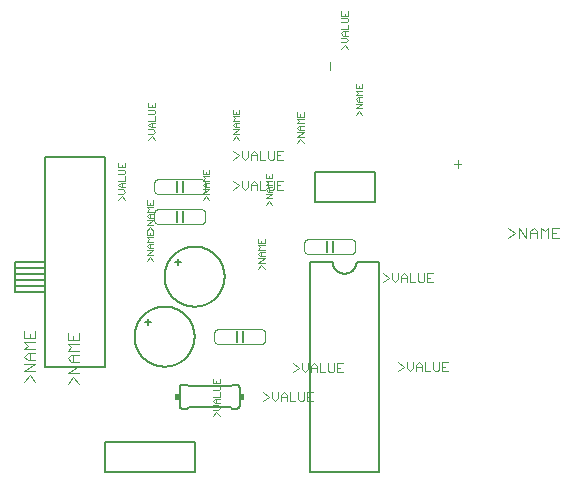
<source format=gto>
G75*
%MOIN*%
%OFA0B0*%
%FSLAX25Y25*%
%IPPOS*%
%LPD*%
%AMOC8*
5,1,8,0,0,1.08239X$1,22.5*
%
%ADD10C,0.00400*%
%ADD11C,0.00200*%
%ADD12C,0.00300*%
%ADD13R,0.01000X0.04000*%
%ADD14C,0.00600*%
%ADD15R,0.01500X0.02000*%
%ADD16C,0.00500*%
D10*
X0073333Y0082190D02*
X0087333Y0082190D01*
X0087409Y0082192D01*
X0087485Y0082198D01*
X0087560Y0082207D01*
X0087635Y0082221D01*
X0087709Y0082238D01*
X0087782Y0082259D01*
X0087854Y0082283D01*
X0087925Y0082312D01*
X0087994Y0082343D01*
X0088061Y0082378D01*
X0088126Y0082417D01*
X0088190Y0082459D01*
X0088251Y0082504D01*
X0088310Y0082552D01*
X0088366Y0082603D01*
X0088420Y0082657D01*
X0088471Y0082713D01*
X0088519Y0082772D01*
X0088564Y0082833D01*
X0088606Y0082897D01*
X0088645Y0082962D01*
X0088680Y0083029D01*
X0088711Y0083098D01*
X0088740Y0083169D01*
X0088764Y0083241D01*
X0088785Y0083314D01*
X0088802Y0083388D01*
X0088816Y0083463D01*
X0088825Y0083538D01*
X0088831Y0083614D01*
X0088833Y0083690D01*
X0088833Y0085690D01*
X0088831Y0085766D01*
X0088825Y0085842D01*
X0088816Y0085917D01*
X0088802Y0085992D01*
X0088785Y0086066D01*
X0088764Y0086139D01*
X0088740Y0086211D01*
X0088711Y0086282D01*
X0088680Y0086351D01*
X0088645Y0086418D01*
X0088606Y0086483D01*
X0088564Y0086547D01*
X0088519Y0086608D01*
X0088471Y0086667D01*
X0088420Y0086723D01*
X0088366Y0086777D01*
X0088310Y0086828D01*
X0088251Y0086876D01*
X0088190Y0086921D01*
X0088126Y0086963D01*
X0088061Y0087002D01*
X0087994Y0087037D01*
X0087925Y0087068D01*
X0087854Y0087097D01*
X0087782Y0087121D01*
X0087709Y0087142D01*
X0087635Y0087159D01*
X0087560Y0087173D01*
X0087485Y0087182D01*
X0087409Y0087188D01*
X0087333Y0087190D01*
X0073333Y0087190D01*
X0073257Y0087188D01*
X0073181Y0087182D01*
X0073106Y0087173D01*
X0073031Y0087159D01*
X0072957Y0087142D01*
X0072884Y0087121D01*
X0072812Y0087097D01*
X0072741Y0087068D01*
X0072672Y0087037D01*
X0072605Y0087002D01*
X0072540Y0086963D01*
X0072476Y0086921D01*
X0072415Y0086876D01*
X0072356Y0086828D01*
X0072300Y0086777D01*
X0072246Y0086723D01*
X0072195Y0086667D01*
X0072147Y0086608D01*
X0072102Y0086547D01*
X0072060Y0086483D01*
X0072021Y0086418D01*
X0071986Y0086351D01*
X0071955Y0086282D01*
X0071926Y0086211D01*
X0071902Y0086139D01*
X0071881Y0086066D01*
X0071864Y0085992D01*
X0071850Y0085917D01*
X0071841Y0085842D01*
X0071835Y0085766D01*
X0071833Y0085690D01*
X0071833Y0083690D01*
X0071835Y0083614D01*
X0071841Y0083538D01*
X0071850Y0083463D01*
X0071864Y0083388D01*
X0071881Y0083314D01*
X0071902Y0083241D01*
X0071926Y0083169D01*
X0071955Y0083098D01*
X0071986Y0083029D01*
X0072021Y0082962D01*
X0072060Y0082897D01*
X0072102Y0082833D01*
X0072147Y0082772D01*
X0072195Y0082713D01*
X0072246Y0082657D01*
X0072300Y0082603D01*
X0072356Y0082552D01*
X0072415Y0082504D01*
X0072476Y0082459D01*
X0072540Y0082417D01*
X0072605Y0082378D01*
X0072672Y0082343D01*
X0072741Y0082312D01*
X0072812Y0082283D01*
X0072884Y0082259D01*
X0072957Y0082238D01*
X0073031Y0082221D01*
X0073106Y0082207D01*
X0073181Y0082198D01*
X0073257Y0082192D01*
X0073333Y0082190D01*
X0103333Y0112190D02*
X0117333Y0112190D01*
X0117409Y0112192D01*
X0117485Y0112198D01*
X0117560Y0112207D01*
X0117635Y0112221D01*
X0117709Y0112238D01*
X0117782Y0112259D01*
X0117854Y0112283D01*
X0117925Y0112312D01*
X0117994Y0112343D01*
X0118061Y0112378D01*
X0118126Y0112417D01*
X0118190Y0112459D01*
X0118251Y0112504D01*
X0118310Y0112552D01*
X0118366Y0112603D01*
X0118420Y0112657D01*
X0118471Y0112713D01*
X0118519Y0112772D01*
X0118564Y0112833D01*
X0118606Y0112897D01*
X0118645Y0112962D01*
X0118680Y0113029D01*
X0118711Y0113098D01*
X0118740Y0113169D01*
X0118764Y0113241D01*
X0118785Y0113314D01*
X0118802Y0113388D01*
X0118816Y0113463D01*
X0118825Y0113538D01*
X0118831Y0113614D01*
X0118833Y0113690D01*
X0118833Y0115690D01*
X0118831Y0115766D01*
X0118825Y0115842D01*
X0118816Y0115917D01*
X0118802Y0115992D01*
X0118785Y0116066D01*
X0118764Y0116139D01*
X0118740Y0116211D01*
X0118711Y0116282D01*
X0118680Y0116351D01*
X0118645Y0116418D01*
X0118606Y0116483D01*
X0118564Y0116547D01*
X0118519Y0116608D01*
X0118471Y0116667D01*
X0118420Y0116723D01*
X0118366Y0116777D01*
X0118310Y0116828D01*
X0118251Y0116876D01*
X0118190Y0116921D01*
X0118126Y0116963D01*
X0118061Y0117002D01*
X0117994Y0117037D01*
X0117925Y0117068D01*
X0117854Y0117097D01*
X0117782Y0117121D01*
X0117709Y0117142D01*
X0117635Y0117159D01*
X0117560Y0117173D01*
X0117485Y0117182D01*
X0117409Y0117188D01*
X0117333Y0117190D01*
X0103333Y0117190D01*
X0103257Y0117188D01*
X0103181Y0117182D01*
X0103106Y0117173D01*
X0103031Y0117159D01*
X0102957Y0117142D01*
X0102884Y0117121D01*
X0102812Y0117097D01*
X0102741Y0117068D01*
X0102672Y0117037D01*
X0102605Y0117002D01*
X0102540Y0116963D01*
X0102476Y0116921D01*
X0102415Y0116876D01*
X0102356Y0116828D01*
X0102300Y0116777D01*
X0102246Y0116723D01*
X0102195Y0116667D01*
X0102147Y0116608D01*
X0102102Y0116547D01*
X0102060Y0116483D01*
X0102021Y0116418D01*
X0101986Y0116351D01*
X0101955Y0116282D01*
X0101926Y0116211D01*
X0101902Y0116139D01*
X0101881Y0116066D01*
X0101864Y0115992D01*
X0101850Y0115917D01*
X0101841Y0115842D01*
X0101835Y0115766D01*
X0101833Y0115690D01*
X0101833Y0113690D01*
X0101835Y0113614D01*
X0101841Y0113538D01*
X0101850Y0113463D01*
X0101864Y0113388D01*
X0101881Y0113314D01*
X0101902Y0113241D01*
X0101926Y0113169D01*
X0101955Y0113098D01*
X0101986Y0113029D01*
X0102021Y0112962D01*
X0102060Y0112897D01*
X0102102Y0112833D01*
X0102147Y0112772D01*
X0102195Y0112713D01*
X0102246Y0112657D01*
X0102300Y0112603D01*
X0102356Y0112552D01*
X0102415Y0112504D01*
X0102476Y0112459D01*
X0102540Y0112417D01*
X0102605Y0112378D01*
X0102672Y0112343D01*
X0102741Y0112312D01*
X0102812Y0112283D01*
X0102884Y0112259D01*
X0102957Y0112238D01*
X0103031Y0112221D01*
X0103106Y0112207D01*
X0103181Y0112198D01*
X0103257Y0112192D01*
X0103333Y0112190D01*
X0068833Y0123690D02*
X0068833Y0125690D01*
X0068831Y0125766D01*
X0068825Y0125842D01*
X0068816Y0125917D01*
X0068802Y0125992D01*
X0068785Y0126066D01*
X0068764Y0126139D01*
X0068740Y0126211D01*
X0068711Y0126282D01*
X0068680Y0126351D01*
X0068645Y0126418D01*
X0068606Y0126483D01*
X0068564Y0126547D01*
X0068519Y0126608D01*
X0068471Y0126667D01*
X0068420Y0126723D01*
X0068366Y0126777D01*
X0068310Y0126828D01*
X0068251Y0126876D01*
X0068190Y0126921D01*
X0068126Y0126963D01*
X0068061Y0127002D01*
X0067994Y0127037D01*
X0067925Y0127068D01*
X0067854Y0127097D01*
X0067782Y0127121D01*
X0067709Y0127142D01*
X0067635Y0127159D01*
X0067560Y0127173D01*
X0067485Y0127182D01*
X0067409Y0127188D01*
X0067333Y0127190D01*
X0053333Y0127190D01*
X0053257Y0127188D01*
X0053181Y0127182D01*
X0053106Y0127173D01*
X0053031Y0127159D01*
X0052957Y0127142D01*
X0052884Y0127121D01*
X0052812Y0127097D01*
X0052741Y0127068D01*
X0052672Y0127037D01*
X0052605Y0127002D01*
X0052540Y0126963D01*
X0052476Y0126921D01*
X0052415Y0126876D01*
X0052356Y0126828D01*
X0052300Y0126777D01*
X0052246Y0126723D01*
X0052195Y0126667D01*
X0052147Y0126608D01*
X0052102Y0126547D01*
X0052060Y0126483D01*
X0052021Y0126418D01*
X0051986Y0126351D01*
X0051955Y0126282D01*
X0051926Y0126211D01*
X0051902Y0126139D01*
X0051881Y0126066D01*
X0051864Y0125992D01*
X0051850Y0125917D01*
X0051841Y0125842D01*
X0051835Y0125766D01*
X0051833Y0125690D01*
X0051833Y0123690D01*
X0051835Y0123614D01*
X0051841Y0123538D01*
X0051850Y0123463D01*
X0051864Y0123388D01*
X0051881Y0123314D01*
X0051902Y0123241D01*
X0051926Y0123169D01*
X0051955Y0123098D01*
X0051986Y0123029D01*
X0052021Y0122962D01*
X0052060Y0122897D01*
X0052102Y0122833D01*
X0052147Y0122772D01*
X0052195Y0122713D01*
X0052246Y0122657D01*
X0052300Y0122603D01*
X0052356Y0122552D01*
X0052415Y0122504D01*
X0052476Y0122459D01*
X0052540Y0122417D01*
X0052605Y0122378D01*
X0052672Y0122343D01*
X0052741Y0122312D01*
X0052812Y0122283D01*
X0052884Y0122259D01*
X0052957Y0122238D01*
X0053031Y0122221D01*
X0053106Y0122207D01*
X0053181Y0122198D01*
X0053257Y0122192D01*
X0053333Y0122190D01*
X0067333Y0122190D01*
X0067409Y0122192D01*
X0067485Y0122198D01*
X0067560Y0122207D01*
X0067635Y0122221D01*
X0067709Y0122238D01*
X0067782Y0122259D01*
X0067854Y0122283D01*
X0067925Y0122312D01*
X0067994Y0122343D01*
X0068061Y0122378D01*
X0068126Y0122417D01*
X0068190Y0122459D01*
X0068251Y0122504D01*
X0068310Y0122552D01*
X0068366Y0122603D01*
X0068420Y0122657D01*
X0068471Y0122713D01*
X0068519Y0122772D01*
X0068564Y0122833D01*
X0068606Y0122897D01*
X0068645Y0122962D01*
X0068680Y0123029D01*
X0068711Y0123098D01*
X0068740Y0123169D01*
X0068764Y0123241D01*
X0068785Y0123314D01*
X0068802Y0123388D01*
X0068816Y0123463D01*
X0068825Y0123538D01*
X0068831Y0123614D01*
X0068833Y0123690D01*
X0067333Y0132190D02*
X0053333Y0132190D01*
X0053257Y0132192D01*
X0053181Y0132198D01*
X0053106Y0132207D01*
X0053031Y0132221D01*
X0052957Y0132238D01*
X0052884Y0132259D01*
X0052812Y0132283D01*
X0052741Y0132312D01*
X0052672Y0132343D01*
X0052605Y0132378D01*
X0052540Y0132417D01*
X0052476Y0132459D01*
X0052415Y0132504D01*
X0052356Y0132552D01*
X0052300Y0132603D01*
X0052246Y0132657D01*
X0052195Y0132713D01*
X0052147Y0132772D01*
X0052102Y0132833D01*
X0052060Y0132897D01*
X0052021Y0132962D01*
X0051986Y0133029D01*
X0051955Y0133098D01*
X0051926Y0133169D01*
X0051902Y0133241D01*
X0051881Y0133314D01*
X0051864Y0133388D01*
X0051850Y0133463D01*
X0051841Y0133538D01*
X0051835Y0133614D01*
X0051833Y0133690D01*
X0051833Y0135690D01*
X0051835Y0135766D01*
X0051841Y0135842D01*
X0051850Y0135917D01*
X0051864Y0135992D01*
X0051881Y0136066D01*
X0051902Y0136139D01*
X0051926Y0136211D01*
X0051955Y0136282D01*
X0051986Y0136351D01*
X0052021Y0136418D01*
X0052060Y0136483D01*
X0052102Y0136547D01*
X0052147Y0136608D01*
X0052195Y0136667D01*
X0052246Y0136723D01*
X0052300Y0136777D01*
X0052356Y0136828D01*
X0052415Y0136876D01*
X0052476Y0136921D01*
X0052540Y0136963D01*
X0052605Y0137002D01*
X0052672Y0137037D01*
X0052741Y0137068D01*
X0052812Y0137097D01*
X0052884Y0137121D01*
X0052957Y0137142D01*
X0053031Y0137159D01*
X0053106Y0137173D01*
X0053181Y0137182D01*
X0053257Y0137188D01*
X0053333Y0137190D01*
X0067333Y0137190D01*
X0067409Y0137188D01*
X0067485Y0137182D01*
X0067560Y0137173D01*
X0067635Y0137159D01*
X0067709Y0137142D01*
X0067782Y0137121D01*
X0067854Y0137097D01*
X0067925Y0137068D01*
X0067994Y0137037D01*
X0068061Y0137002D01*
X0068126Y0136963D01*
X0068190Y0136921D01*
X0068251Y0136876D01*
X0068310Y0136828D01*
X0068366Y0136777D01*
X0068420Y0136723D01*
X0068471Y0136667D01*
X0068519Y0136608D01*
X0068564Y0136547D01*
X0068606Y0136483D01*
X0068645Y0136418D01*
X0068680Y0136351D01*
X0068711Y0136282D01*
X0068740Y0136211D01*
X0068764Y0136139D01*
X0068785Y0136066D01*
X0068802Y0135992D01*
X0068816Y0135917D01*
X0068825Y0135842D01*
X0068831Y0135766D01*
X0068833Y0135690D01*
X0068833Y0133690D01*
X0068831Y0133614D01*
X0068825Y0133538D01*
X0068816Y0133463D01*
X0068802Y0133388D01*
X0068785Y0133314D01*
X0068764Y0133241D01*
X0068740Y0133169D01*
X0068711Y0133098D01*
X0068680Y0133029D01*
X0068645Y0132962D01*
X0068606Y0132897D01*
X0068564Y0132833D01*
X0068519Y0132772D01*
X0068471Y0132713D01*
X0068420Y0132657D01*
X0068366Y0132603D01*
X0068310Y0132552D01*
X0068251Y0132504D01*
X0068190Y0132459D01*
X0068126Y0132417D01*
X0068061Y0132378D01*
X0067994Y0132343D01*
X0067925Y0132312D01*
X0067854Y0132283D01*
X0067782Y0132259D01*
X0067709Y0132238D01*
X0067635Y0132221D01*
X0067560Y0132207D01*
X0067485Y0132198D01*
X0067409Y0132192D01*
X0067333Y0132190D01*
X0169830Y0120993D02*
X0172232Y0119191D01*
X0169830Y0117390D01*
X0173513Y0117390D02*
X0173513Y0120993D01*
X0175915Y0117390D01*
X0175915Y0120993D01*
X0177196Y0119792D02*
X0177196Y0117390D01*
X0177196Y0119191D02*
X0179598Y0119191D01*
X0179598Y0119792D02*
X0179598Y0117390D01*
X0180879Y0117390D02*
X0180879Y0120993D01*
X0182080Y0119792D01*
X0183281Y0120993D01*
X0183281Y0117390D01*
X0184563Y0117390D02*
X0186965Y0117390D01*
X0185764Y0119191D02*
X0184563Y0119191D01*
X0184563Y0117390D02*
X0184563Y0120993D01*
X0186965Y0120993D01*
X0179598Y0119792D02*
X0178397Y0120993D01*
X0177196Y0119792D01*
D11*
X0121233Y0158567D02*
X0120132Y0160035D01*
X0119031Y0158567D01*
X0119031Y0160777D02*
X0121233Y0162245D01*
X0119031Y0162245D01*
X0119765Y0162987D02*
X0119031Y0163721D01*
X0119765Y0164455D01*
X0121233Y0164455D01*
X0121233Y0165197D02*
X0119031Y0165197D01*
X0119765Y0165931D01*
X0119031Y0166665D01*
X0121233Y0166665D01*
X0121233Y0167407D02*
X0121233Y0168875D01*
X0120132Y0168141D02*
X0120132Y0167407D01*
X0119031Y0167407D02*
X0121233Y0167407D01*
X0119031Y0167407D02*
X0119031Y0168875D01*
X0120132Y0164455D02*
X0120132Y0162987D01*
X0119765Y0162987D02*
X0121233Y0162987D01*
X0121233Y0160777D02*
X0119031Y0160777D01*
X0101713Y0159461D02*
X0101713Y0157993D01*
X0099511Y0157993D01*
X0099511Y0159461D01*
X0100612Y0158727D02*
X0100612Y0157993D01*
X0099511Y0157251D02*
X0101713Y0157251D01*
X0101713Y0155783D02*
X0099511Y0155783D01*
X0100245Y0156517D01*
X0099511Y0157251D01*
X0100245Y0155041D02*
X0101713Y0155041D01*
X0100612Y0155041D02*
X0100612Y0153573D01*
X0100245Y0153573D02*
X0099511Y0154307D01*
X0100245Y0155041D01*
X0100245Y0153573D02*
X0101713Y0153573D01*
X0101713Y0152831D02*
X0099511Y0152831D01*
X0099511Y0151364D02*
X0101713Y0152831D01*
X0101713Y0151364D02*
X0099511Y0151364D01*
X0100612Y0150622D02*
X0101713Y0149154D01*
X0100612Y0150622D02*
X0099511Y0149154D01*
X0091233Y0138875D02*
X0091233Y0137407D01*
X0089031Y0137407D01*
X0089031Y0138875D01*
X0090132Y0138141D02*
X0090132Y0137407D01*
X0089031Y0136665D02*
X0091233Y0136665D01*
X0091233Y0135197D02*
X0089031Y0135197D01*
X0089765Y0135931D01*
X0089031Y0136665D01*
X0089765Y0134455D02*
X0089031Y0133721D01*
X0089765Y0132987D01*
X0091233Y0132987D01*
X0091233Y0132245D02*
X0089031Y0132245D01*
X0090132Y0132987D02*
X0090132Y0134455D01*
X0089765Y0134455D02*
X0091233Y0134455D01*
X0091233Y0132245D02*
X0089031Y0130777D01*
X0091233Y0130777D01*
X0090132Y0130035D02*
X0091233Y0128567D01*
X0090132Y0130035D02*
X0089031Y0128567D01*
X0088733Y0117375D02*
X0088733Y0115907D01*
X0086531Y0115907D01*
X0086531Y0117375D01*
X0087632Y0116641D02*
X0087632Y0115907D01*
X0086531Y0115165D02*
X0088733Y0115165D01*
X0088733Y0113697D02*
X0086531Y0113697D01*
X0087265Y0114431D01*
X0086531Y0115165D01*
X0087265Y0112955D02*
X0088733Y0112955D01*
X0087632Y0112955D02*
X0087632Y0111487D01*
X0087265Y0111487D02*
X0088733Y0111487D01*
X0088733Y0110745D02*
X0086531Y0110745D01*
X0087265Y0111487D02*
X0086531Y0112221D01*
X0087265Y0112955D01*
X0088733Y0110745D02*
X0086531Y0109277D01*
X0088733Y0109277D01*
X0087632Y0108535D02*
X0088733Y0107067D01*
X0087632Y0108535D02*
X0086531Y0107067D01*
X0070233Y0130067D02*
X0069132Y0131535D01*
X0068031Y0130067D01*
X0068031Y0132277D02*
X0070233Y0133745D01*
X0068031Y0133745D01*
X0068765Y0134487D02*
X0068031Y0135221D01*
X0068765Y0135955D01*
X0070233Y0135955D01*
X0070233Y0136697D02*
X0068031Y0136697D01*
X0068765Y0137431D01*
X0068031Y0138165D01*
X0070233Y0138165D01*
X0070233Y0138907D02*
X0068031Y0138907D01*
X0068031Y0140375D01*
X0069132Y0139641D02*
X0069132Y0138907D01*
X0070233Y0138907D02*
X0070233Y0140375D01*
X0069132Y0135955D02*
X0069132Y0134487D01*
X0068765Y0134487D02*
X0070233Y0134487D01*
X0070233Y0132277D02*
X0068031Y0132277D01*
X0051633Y0130047D02*
X0051633Y0128579D01*
X0049431Y0128579D01*
X0049431Y0130047D01*
X0050532Y0129313D02*
X0050532Y0128579D01*
X0049431Y0127837D02*
X0050165Y0127104D01*
X0049431Y0126370D01*
X0051633Y0126370D01*
X0051633Y0125628D02*
X0050165Y0125628D01*
X0049431Y0124894D01*
X0050165Y0124160D01*
X0051633Y0124160D01*
X0051633Y0123418D02*
X0049431Y0123418D01*
X0050532Y0124160D02*
X0050532Y0125628D01*
X0049431Y0127837D02*
X0051633Y0127837D01*
X0051633Y0123418D02*
X0049431Y0121950D01*
X0051633Y0121950D01*
X0050532Y0121208D02*
X0051633Y0119740D01*
X0051633Y0120047D02*
X0051633Y0118579D01*
X0049431Y0118579D01*
X0049431Y0120047D01*
X0049431Y0119740D02*
X0050532Y0121208D01*
X0050532Y0119313D02*
X0050532Y0118579D01*
X0049431Y0117837D02*
X0050165Y0117104D01*
X0049431Y0116370D01*
X0051633Y0116370D01*
X0051633Y0115628D02*
X0050165Y0115628D01*
X0049431Y0114894D01*
X0050165Y0114160D01*
X0051633Y0114160D01*
X0051633Y0113418D02*
X0049431Y0113418D01*
X0050532Y0114160D02*
X0050532Y0115628D01*
X0049431Y0117837D02*
X0051633Y0117837D01*
X0051633Y0113418D02*
X0049431Y0111950D01*
X0051633Y0111950D01*
X0050532Y0111208D02*
X0051633Y0109740D01*
X0050532Y0111208D02*
X0049431Y0109740D01*
X0042133Y0130067D02*
X0041032Y0131535D01*
X0039931Y0130067D01*
X0039931Y0132277D02*
X0041399Y0132277D01*
X0042133Y0133011D01*
X0041399Y0133745D01*
X0039931Y0133745D01*
X0040665Y0134487D02*
X0039931Y0135221D01*
X0040665Y0135955D01*
X0042133Y0135955D01*
X0042133Y0136697D02*
X0042133Y0138165D01*
X0041766Y0138907D02*
X0042133Y0139274D01*
X0042133Y0140008D01*
X0041766Y0140375D01*
X0039931Y0140375D01*
X0039931Y0141117D02*
X0042133Y0141117D01*
X0042133Y0142585D01*
X0041032Y0141851D02*
X0041032Y0141117D01*
X0039931Y0141117D02*
X0039931Y0142585D01*
X0039931Y0138907D02*
X0041766Y0138907D01*
X0042133Y0136697D02*
X0039931Y0136697D01*
X0041032Y0135955D02*
X0041032Y0134487D01*
X0040665Y0134487D02*
X0042133Y0134487D01*
X0049931Y0150067D02*
X0051032Y0151535D01*
X0052133Y0150067D01*
X0051399Y0152277D02*
X0052133Y0153011D01*
X0051399Y0153745D01*
X0049931Y0153745D01*
X0050665Y0154487D02*
X0049931Y0155221D01*
X0050665Y0155955D01*
X0052133Y0155955D01*
X0052133Y0156697D02*
X0049931Y0156697D01*
X0051032Y0155955D02*
X0051032Y0154487D01*
X0050665Y0154487D02*
X0052133Y0154487D01*
X0052133Y0156697D02*
X0052133Y0158165D01*
X0051766Y0158907D02*
X0049931Y0158907D01*
X0049931Y0160375D02*
X0051766Y0160375D01*
X0052133Y0160008D01*
X0052133Y0159274D01*
X0051766Y0158907D01*
X0052133Y0161117D02*
X0049931Y0161117D01*
X0049931Y0162585D01*
X0051032Y0161851D02*
X0051032Y0161117D01*
X0052133Y0161117D02*
X0052133Y0162585D01*
X0051399Y0152277D02*
X0049931Y0152277D01*
X0078031Y0152277D02*
X0080233Y0153745D01*
X0078031Y0153745D01*
X0078765Y0154487D02*
X0078031Y0155221D01*
X0078765Y0155955D01*
X0080233Y0155955D01*
X0080233Y0156697D02*
X0078031Y0156697D01*
X0078765Y0157431D01*
X0078031Y0158165D01*
X0080233Y0158165D01*
X0080233Y0158907D02*
X0080233Y0160375D01*
X0079132Y0159641D02*
X0079132Y0158907D01*
X0078031Y0158907D02*
X0078031Y0160375D01*
X0078031Y0158907D02*
X0080233Y0158907D01*
X0079132Y0155955D02*
X0079132Y0154487D01*
X0078765Y0154487D02*
X0080233Y0154487D01*
X0080233Y0152277D02*
X0078031Y0152277D01*
X0079132Y0151535D02*
X0078031Y0150067D01*
X0079132Y0151535D02*
X0080233Y0150067D01*
X0114231Y0180567D02*
X0115332Y0182035D01*
X0116433Y0180567D01*
X0115699Y0182777D02*
X0116433Y0183511D01*
X0115699Y0184245D01*
X0114231Y0184245D01*
X0114965Y0184987D02*
X0114231Y0185721D01*
X0114965Y0186455D01*
X0116433Y0186455D01*
X0116433Y0187197D02*
X0116433Y0188665D01*
X0116066Y0189407D02*
X0116433Y0189774D01*
X0116433Y0190508D01*
X0116066Y0190875D01*
X0114231Y0190875D01*
X0114231Y0191617D02*
X0116433Y0191617D01*
X0116433Y0193085D01*
X0115332Y0192351D02*
X0115332Y0191617D01*
X0114231Y0191617D02*
X0114231Y0193085D01*
X0114231Y0189407D02*
X0116066Y0189407D01*
X0116433Y0187197D02*
X0114231Y0187197D01*
X0115332Y0186455D02*
X0115332Y0184987D01*
X0114965Y0184987D02*
X0116433Y0184987D01*
X0115699Y0182777D02*
X0114231Y0182777D01*
X0073733Y0070566D02*
X0073733Y0069098D01*
X0071531Y0069098D01*
X0071531Y0070566D01*
X0072632Y0069832D02*
X0072632Y0069098D01*
X0073366Y0068356D02*
X0071531Y0068356D01*
X0071531Y0066888D02*
X0073366Y0066888D01*
X0073733Y0067255D01*
X0073733Y0067989D01*
X0073366Y0068356D01*
X0073733Y0066146D02*
X0073733Y0064678D01*
X0071531Y0064678D01*
X0072265Y0063936D02*
X0073733Y0063936D01*
X0072632Y0063936D02*
X0072632Y0062468D01*
X0072265Y0062468D02*
X0073733Y0062468D01*
X0072999Y0061726D02*
X0071531Y0061726D01*
X0072265Y0062468D02*
X0071531Y0063202D01*
X0072265Y0063936D01*
X0072999Y0061726D02*
X0073733Y0060993D01*
X0072999Y0060259D01*
X0071531Y0060259D01*
X0072632Y0059517D02*
X0071531Y0058049D01*
X0072632Y0059517D02*
X0073733Y0058049D01*
D12*
X0088162Y0063240D02*
X0090097Y0064691D01*
X0088162Y0066142D01*
X0091109Y0066142D02*
X0091109Y0064207D01*
X0092076Y0063240D01*
X0093044Y0064207D01*
X0093044Y0066142D01*
X0094055Y0065175D02*
X0094055Y0063240D01*
X0094055Y0064691D02*
X0095990Y0064691D01*
X0095990Y0065175D02*
X0095990Y0063240D01*
X0097002Y0063240D02*
X0098937Y0063240D01*
X0099949Y0063723D02*
X0099949Y0066142D01*
X0101883Y0066142D02*
X0101883Y0063723D01*
X0101400Y0063240D01*
X0100432Y0063240D01*
X0099949Y0063723D01*
X0102895Y0063240D02*
X0104830Y0063240D01*
X0103863Y0064691D02*
X0102895Y0064691D01*
X0102895Y0066142D02*
X0102895Y0063240D01*
X0102895Y0066142D02*
X0104830Y0066142D01*
X0104055Y0072840D02*
X0104055Y0074775D01*
X0105023Y0075742D01*
X0105990Y0074775D01*
X0105990Y0072840D01*
X0107002Y0072840D02*
X0107002Y0075742D01*
X0105990Y0074291D02*
X0104055Y0074291D01*
X0103044Y0073807D02*
X0103044Y0075742D01*
X0103044Y0073807D02*
X0102076Y0072840D01*
X0101109Y0073807D01*
X0101109Y0075742D01*
X0100097Y0074291D02*
X0098162Y0072840D01*
X0100097Y0074291D02*
X0098162Y0075742D01*
X0107002Y0072840D02*
X0108937Y0072840D01*
X0109949Y0073323D02*
X0110432Y0072840D01*
X0111400Y0072840D01*
X0111883Y0073323D01*
X0111883Y0075742D01*
X0112895Y0075742D02*
X0112895Y0072840D01*
X0114830Y0072840D01*
X0113863Y0074291D02*
X0112895Y0074291D01*
X0112895Y0075742D02*
X0114830Y0075742D01*
X0109949Y0075742D02*
X0109949Y0073323D01*
X0097002Y0066142D02*
X0097002Y0063240D01*
X0095990Y0065175D02*
X0095023Y0066142D01*
X0094055Y0065175D01*
X0128162Y0102840D02*
X0130097Y0104291D01*
X0128162Y0105742D01*
X0131109Y0105742D02*
X0131109Y0103807D01*
X0132076Y0102840D01*
X0133044Y0103807D01*
X0133044Y0105742D01*
X0134055Y0104775D02*
X0135023Y0105742D01*
X0135990Y0104775D01*
X0135990Y0102840D01*
X0137002Y0102840D02*
X0138937Y0102840D01*
X0139949Y0103323D02*
X0140432Y0102840D01*
X0141400Y0102840D01*
X0141883Y0103323D01*
X0141883Y0105742D01*
X0142895Y0105742D02*
X0142895Y0102840D01*
X0144830Y0102840D01*
X0143863Y0104291D02*
X0142895Y0104291D01*
X0142895Y0105742D02*
X0144830Y0105742D01*
X0139949Y0105742D02*
X0139949Y0103323D01*
X0137002Y0102840D02*
X0137002Y0105742D01*
X0135990Y0104291D02*
X0134055Y0104291D01*
X0134055Y0104775D02*
X0134055Y0102840D01*
X0133162Y0076142D02*
X0135097Y0074691D01*
X0133162Y0073240D01*
X0136109Y0074207D02*
X0137076Y0073240D01*
X0138044Y0074207D01*
X0138044Y0076142D01*
X0139055Y0075175D02*
X0139055Y0073240D01*
X0139055Y0074691D02*
X0140990Y0074691D01*
X0140990Y0075175D02*
X0140990Y0073240D01*
X0142002Y0073240D02*
X0143937Y0073240D01*
X0144949Y0073723D02*
X0144949Y0076142D01*
X0146883Y0076142D02*
X0146883Y0073723D01*
X0146400Y0073240D01*
X0145432Y0073240D01*
X0144949Y0073723D01*
X0147895Y0073240D02*
X0147895Y0076142D01*
X0149830Y0076142D01*
X0148863Y0074691D02*
X0147895Y0074691D01*
X0147895Y0073240D02*
X0149830Y0073240D01*
X0142002Y0073240D02*
X0142002Y0076142D01*
X0140990Y0075175D02*
X0140023Y0076142D01*
X0139055Y0075175D01*
X0136109Y0076142D02*
X0136109Y0074207D01*
X0094830Y0133640D02*
X0092895Y0133640D01*
X0092895Y0136542D01*
X0094830Y0136542D01*
X0093863Y0135091D02*
X0092895Y0135091D01*
X0091883Y0134123D02*
X0091883Y0136542D01*
X0089949Y0136542D02*
X0089949Y0134123D01*
X0090432Y0133640D01*
X0091400Y0133640D01*
X0091883Y0134123D01*
X0088937Y0133640D02*
X0087002Y0133640D01*
X0087002Y0136542D01*
X0085990Y0135575D02*
X0085990Y0133640D01*
X0085990Y0135091D02*
X0084055Y0135091D01*
X0084055Y0135575D02*
X0085023Y0136542D01*
X0085990Y0135575D01*
X0084055Y0135575D02*
X0084055Y0133640D01*
X0083044Y0134607D02*
X0083044Y0136542D01*
X0083044Y0134607D02*
X0082076Y0133640D01*
X0081109Y0134607D01*
X0081109Y0136542D01*
X0080097Y0135091D02*
X0078162Y0133640D01*
X0080097Y0135091D02*
X0078162Y0136542D01*
X0078162Y0143640D02*
X0080097Y0145091D01*
X0078162Y0146542D01*
X0081109Y0146542D02*
X0081109Y0144607D01*
X0082076Y0143640D01*
X0083044Y0144607D01*
X0083044Y0146542D01*
X0084055Y0145575D02*
X0084055Y0143640D01*
X0084055Y0145091D02*
X0085990Y0145091D01*
X0085990Y0145575D02*
X0085990Y0143640D01*
X0087002Y0143640D02*
X0088937Y0143640D01*
X0089949Y0144123D02*
X0089949Y0146542D01*
X0091883Y0146542D02*
X0091883Y0144123D01*
X0091400Y0143640D01*
X0090432Y0143640D01*
X0089949Y0144123D01*
X0092895Y0143640D02*
X0092895Y0146542D01*
X0094830Y0146542D01*
X0093863Y0145091D02*
X0092895Y0145091D01*
X0092895Y0143640D02*
X0094830Y0143640D01*
X0087002Y0143640D02*
X0087002Y0146542D01*
X0085990Y0145575D02*
X0085023Y0146542D01*
X0084055Y0145575D01*
X0110332Y0173646D02*
X0110332Y0176115D01*
X0151790Y0142191D02*
X0154259Y0142191D01*
X0153024Y0143425D02*
X0153024Y0140957D01*
X0026683Y0085981D02*
X0026683Y0083513D01*
X0022980Y0083513D01*
X0022980Y0085981D01*
X0024832Y0084747D02*
X0024832Y0083513D01*
X0022980Y0082298D02*
X0026683Y0082298D01*
X0026683Y0079829D02*
X0022980Y0079829D01*
X0024215Y0081064D01*
X0022980Y0082298D01*
X0024215Y0078615D02*
X0026683Y0078615D01*
X0024832Y0078615D02*
X0024832Y0076146D01*
X0024215Y0076146D02*
X0022980Y0077381D01*
X0024215Y0078615D01*
X0024215Y0076146D02*
X0026683Y0076146D01*
X0026683Y0074932D02*
X0022980Y0074932D01*
X0022980Y0072463D02*
X0026683Y0074932D01*
X0026683Y0072463D02*
X0022980Y0072463D01*
X0024832Y0071249D02*
X0026683Y0068780D01*
X0024832Y0071249D02*
X0022980Y0068780D01*
X0012183Y0069424D02*
X0010332Y0071893D01*
X0008480Y0069424D01*
X0008480Y0073107D02*
X0012183Y0075576D01*
X0008480Y0075576D01*
X0009715Y0076790D02*
X0008480Y0078024D01*
X0009715Y0079259D01*
X0012183Y0079259D01*
X0012183Y0080473D02*
X0008480Y0080473D01*
X0009715Y0081708D01*
X0008480Y0082942D01*
X0012183Y0082942D01*
X0012183Y0084156D02*
X0012183Y0086625D01*
X0010332Y0085391D02*
X0010332Y0084156D01*
X0012183Y0084156D02*
X0008480Y0084156D01*
X0008480Y0086625D01*
X0010332Y0079259D02*
X0010332Y0076790D01*
X0009715Y0076790D02*
X0012183Y0076790D01*
X0012183Y0073107D02*
X0008480Y0073107D01*
D13*
X0059333Y0124690D03*
X0061333Y0124690D03*
X0061333Y0134690D03*
X0059333Y0134690D03*
X0079333Y0084690D03*
X0081333Y0084690D03*
X0109333Y0114690D03*
X0111333Y0114690D03*
D14*
X0111333Y0109690D02*
X0103833Y0109690D01*
X0103833Y0039690D01*
X0126833Y0039690D01*
X0126833Y0109690D01*
X0119333Y0109690D01*
X0119331Y0109564D01*
X0119325Y0109439D01*
X0119315Y0109314D01*
X0119301Y0109189D01*
X0119284Y0109064D01*
X0119262Y0108940D01*
X0119237Y0108817D01*
X0119207Y0108695D01*
X0119174Y0108574D01*
X0119137Y0108454D01*
X0119097Y0108335D01*
X0119052Y0108218D01*
X0119004Y0108101D01*
X0118952Y0107987D01*
X0118897Y0107874D01*
X0118838Y0107763D01*
X0118776Y0107654D01*
X0118710Y0107547D01*
X0118641Y0107442D01*
X0118569Y0107339D01*
X0118494Y0107238D01*
X0118415Y0107140D01*
X0118333Y0107045D01*
X0118249Y0106952D01*
X0118161Y0106862D01*
X0118071Y0106774D01*
X0117978Y0106690D01*
X0117883Y0106608D01*
X0117785Y0106529D01*
X0117684Y0106454D01*
X0117581Y0106382D01*
X0117476Y0106313D01*
X0117369Y0106247D01*
X0117260Y0106185D01*
X0117149Y0106126D01*
X0117036Y0106071D01*
X0116922Y0106019D01*
X0116805Y0105971D01*
X0116688Y0105926D01*
X0116569Y0105886D01*
X0116449Y0105849D01*
X0116328Y0105816D01*
X0116206Y0105786D01*
X0116083Y0105761D01*
X0115959Y0105739D01*
X0115834Y0105722D01*
X0115709Y0105708D01*
X0115584Y0105698D01*
X0115459Y0105692D01*
X0115333Y0105690D01*
X0115207Y0105692D01*
X0115082Y0105698D01*
X0114957Y0105708D01*
X0114832Y0105722D01*
X0114707Y0105739D01*
X0114583Y0105761D01*
X0114460Y0105786D01*
X0114338Y0105816D01*
X0114217Y0105849D01*
X0114097Y0105886D01*
X0113978Y0105926D01*
X0113861Y0105971D01*
X0113744Y0106019D01*
X0113630Y0106071D01*
X0113517Y0106126D01*
X0113406Y0106185D01*
X0113297Y0106247D01*
X0113190Y0106313D01*
X0113085Y0106382D01*
X0112982Y0106454D01*
X0112881Y0106529D01*
X0112783Y0106608D01*
X0112688Y0106690D01*
X0112595Y0106774D01*
X0112505Y0106862D01*
X0112417Y0106952D01*
X0112333Y0107045D01*
X0112251Y0107140D01*
X0112172Y0107238D01*
X0112097Y0107339D01*
X0112025Y0107442D01*
X0111956Y0107547D01*
X0111890Y0107654D01*
X0111828Y0107763D01*
X0111769Y0107874D01*
X0111714Y0107987D01*
X0111662Y0108101D01*
X0111614Y0108218D01*
X0111569Y0108335D01*
X0111529Y0108454D01*
X0111492Y0108574D01*
X0111459Y0108695D01*
X0111429Y0108817D01*
X0111404Y0108940D01*
X0111382Y0109064D01*
X0111365Y0109189D01*
X0111351Y0109314D01*
X0111341Y0109439D01*
X0111335Y0109564D01*
X0111333Y0109690D01*
X0079333Y0068690D02*
X0077833Y0068690D01*
X0077333Y0068190D01*
X0063333Y0068190D01*
X0062833Y0068690D01*
X0061333Y0068690D01*
X0061273Y0068688D01*
X0061212Y0068683D01*
X0061153Y0068674D01*
X0061094Y0068661D01*
X0061035Y0068645D01*
X0060978Y0068625D01*
X0060923Y0068602D01*
X0060868Y0068575D01*
X0060816Y0068546D01*
X0060765Y0068513D01*
X0060716Y0068477D01*
X0060670Y0068439D01*
X0060626Y0068397D01*
X0060584Y0068353D01*
X0060546Y0068307D01*
X0060510Y0068258D01*
X0060477Y0068207D01*
X0060448Y0068155D01*
X0060421Y0068100D01*
X0060398Y0068045D01*
X0060378Y0067988D01*
X0060362Y0067929D01*
X0060349Y0067870D01*
X0060340Y0067811D01*
X0060335Y0067750D01*
X0060333Y0067690D01*
X0060333Y0061690D01*
X0060335Y0061630D01*
X0060340Y0061569D01*
X0060349Y0061510D01*
X0060362Y0061451D01*
X0060378Y0061392D01*
X0060398Y0061335D01*
X0060421Y0061280D01*
X0060448Y0061225D01*
X0060477Y0061173D01*
X0060510Y0061122D01*
X0060546Y0061073D01*
X0060584Y0061027D01*
X0060626Y0060983D01*
X0060670Y0060941D01*
X0060716Y0060903D01*
X0060765Y0060867D01*
X0060816Y0060834D01*
X0060868Y0060805D01*
X0060923Y0060778D01*
X0060978Y0060755D01*
X0061035Y0060735D01*
X0061094Y0060719D01*
X0061153Y0060706D01*
X0061212Y0060697D01*
X0061273Y0060692D01*
X0061333Y0060690D01*
X0062833Y0060690D01*
X0063333Y0061190D01*
X0077333Y0061190D01*
X0077833Y0060690D01*
X0079333Y0060690D01*
X0079393Y0060692D01*
X0079454Y0060697D01*
X0079513Y0060706D01*
X0079572Y0060719D01*
X0079631Y0060735D01*
X0079688Y0060755D01*
X0079743Y0060778D01*
X0079798Y0060805D01*
X0079850Y0060834D01*
X0079901Y0060867D01*
X0079950Y0060903D01*
X0079996Y0060941D01*
X0080040Y0060983D01*
X0080082Y0061027D01*
X0080120Y0061073D01*
X0080156Y0061122D01*
X0080189Y0061173D01*
X0080218Y0061225D01*
X0080245Y0061280D01*
X0080268Y0061335D01*
X0080288Y0061392D01*
X0080304Y0061451D01*
X0080317Y0061510D01*
X0080326Y0061569D01*
X0080331Y0061630D01*
X0080333Y0061690D01*
X0080333Y0067690D01*
X0080331Y0067750D01*
X0080326Y0067811D01*
X0080317Y0067870D01*
X0080304Y0067929D01*
X0080288Y0067988D01*
X0080268Y0068045D01*
X0080245Y0068100D01*
X0080218Y0068155D01*
X0080189Y0068207D01*
X0080156Y0068258D01*
X0080120Y0068307D01*
X0080082Y0068353D01*
X0080040Y0068397D01*
X0079996Y0068439D01*
X0079950Y0068477D01*
X0079901Y0068513D01*
X0079850Y0068546D01*
X0079798Y0068575D01*
X0079743Y0068602D01*
X0079688Y0068625D01*
X0079631Y0068645D01*
X0079572Y0068661D01*
X0079513Y0068674D01*
X0079454Y0068683D01*
X0079393Y0068688D01*
X0079333Y0068690D01*
X0079393Y0068688D01*
X0079454Y0068683D01*
X0079513Y0068674D01*
X0079572Y0068661D01*
X0079631Y0068645D01*
X0079688Y0068625D01*
X0079743Y0068602D01*
X0079798Y0068575D01*
X0079850Y0068546D01*
X0079901Y0068513D01*
X0079950Y0068477D01*
X0079996Y0068439D01*
X0080040Y0068397D01*
X0080082Y0068353D01*
X0080120Y0068307D01*
X0080156Y0068258D01*
X0080189Y0068207D01*
X0080218Y0068155D01*
X0080245Y0068100D01*
X0080268Y0068045D01*
X0080288Y0067988D01*
X0080304Y0067929D01*
X0080317Y0067870D01*
X0080326Y0067811D01*
X0080331Y0067750D01*
X0080333Y0067690D01*
X0080333Y0061690D02*
X0080331Y0061630D01*
X0080326Y0061569D01*
X0080317Y0061510D01*
X0080304Y0061451D01*
X0080288Y0061392D01*
X0080268Y0061335D01*
X0080245Y0061280D01*
X0080218Y0061225D01*
X0080189Y0061173D01*
X0080156Y0061122D01*
X0080120Y0061073D01*
X0080082Y0061027D01*
X0080040Y0060983D01*
X0079996Y0060941D01*
X0079950Y0060903D01*
X0079901Y0060867D01*
X0079850Y0060834D01*
X0079798Y0060805D01*
X0079743Y0060778D01*
X0079688Y0060755D01*
X0079631Y0060735D01*
X0079572Y0060719D01*
X0079513Y0060706D01*
X0079454Y0060697D01*
X0079393Y0060692D01*
X0079333Y0060690D01*
X0061333Y0060690D02*
X0061273Y0060692D01*
X0061212Y0060697D01*
X0061153Y0060706D01*
X0061094Y0060719D01*
X0061035Y0060735D01*
X0060978Y0060755D01*
X0060923Y0060778D01*
X0060868Y0060805D01*
X0060816Y0060834D01*
X0060765Y0060867D01*
X0060716Y0060903D01*
X0060670Y0060941D01*
X0060626Y0060983D01*
X0060584Y0061027D01*
X0060546Y0061073D01*
X0060510Y0061122D01*
X0060477Y0061173D01*
X0060448Y0061225D01*
X0060421Y0061280D01*
X0060398Y0061335D01*
X0060378Y0061392D01*
X0060362Y0061451D01*
X0060349Y0061510D01*
X0060340Y0061569D01*
X0060335Y0061630D01*
X0060333Y0061690D01*
X0060333Y0067690D02*
X0060335Y0067750D01*
X0060340Y0067811D01*
X0060349Y0067870D01*
X0060362Y0067929D01*
X0060378Y0067988D01*
X0060398Y0068045D01*
X0060421Y0068100D01*
X0060448Y0068155D01*
X0060477Y0068207D01*
X0060510Y0068258D01*
X0060546Y0068307D01*
X0060584Y0068353D01*
X0060626Y0068397D01*
X0060670Y0068439D01*
X0060716Y0068477D01*
X0060765Y0068513D01*
X0060816Y0068546D01*
X0060868Y0068575D01*
X0060923Y0068602D01*
X0060978Y0068625D01*
X0061035Y0068645D01*
X0061094Y0068661D01*
X0061153Y0068674D01*
X0061212Y0068683D01*
X0061273Y0068688D01*
X0061333Y0068690D01*
X0045333Y0084690D02*
X0045336Y0084935D01*
X0045345Y0085181D01*
X0045360Y0085426D01*
X0045381Y0085670D01*
X0045408Y0085914D01*
X0045441Y0086157D01*
X0045480Y0086400D01*
X0045525Y0086641D01*
X0045576Y0086881D01*
X0045633Y0087120D01*
X0045695Y0087357D01*
X0045764Y0087593D01*
X0045838Y0087827D01*
X0045918Y0088059D01*
X0046003Y0088289D01*
X0046094Y0088517D01*
X0046191Y0088742D01*
X0046293Y0088966D01*
X0046401Y0089186D01*
X0046514Y0089404D01*
X0046632Y0089619D01*
X0046756Y0089831D01*
X0046884Y0090040D01*
X0047018Y0090246D01*
X0047157Y0090448D01*
X0047301Y0090647D01*
X0047450Y0090842D01*
X0047603Y0091034D01*
X0047761Y0091222D01*
X0047923Y0091406D01*
X0048091Y0091585D01*
X0048262Y0091761D01*
X0048438Y0091932D01*
X0048617Y0092100D01*
X0048801Y0092262D01*
X0048989Y0092420D01*
X0049181Y0092573D01*
X0049376Y0092722D01*
X0049575Y0092866D01*
X0049777Y0093005D01*
X0049983Y0093139D01*
X0050192Y0093267D01*
X0050404Y0093391D01*
X0050619Y0093509D01*
X0050837Y0093622D01*
X0051057Y0093730D01*
X0051281Y0093832D01*
X0051506Y0093929D01*
X0051734Y0094020D01*
X0051964Y0094105D01*
X0052196Y0094185D01*
X0052430Y0094259D01*
X0052666Y0094328D01*
X0052903Y0094390D01*
X0053142Y0094447D01*
X0053382Y0094498D01*
X0053623Y0094543D01*
X0053866Y0094582D01*
X0054109Y0094615D01*
X0054353Y0094642D01*
X0054597Y0094663D01*
X0054842Y0094678D01*
X0055088Y0094687D01*
X0055333Y0094690D01*
X0055578Y0094687D01*
X0055824Y0094678D01*
X0056069Y0094663D01*
X0056313Y0094642D01*
X0056557Y0094615D01*
X0056800Y0094582D01*
X0057043Y0094543D01*
X0057284Y0094498D01*
X0057524Y0094447D01*
X0057763Y0094390D01*
X0058000Y0094328D01*
X0058236Y0094259D01*
X0058470Y0094185D01*
X0058702Y0094105D01*
X0058932Y0094020D01*
X0059160Y0093929D01*
X0059385Y0093832D01*
X0059609Y0093730D01*
X0059829Y0093622D01*
X0060047Y0093509D01*
X0060262Y0093391D01*
X0060474Y0093267D01*
X0060683Y0093139D01*
X0060889Y0093005D01*
X0061091Y0092866D01*
X0061290Y0092722D01*
X0061485Y0092573D01*
X0061677Y0092420D01*
X0061865Y0092262D01*
X0062049Y0092100D01*
X0062228Y0091932D01*
X0062404Y0091761D01*
X0062575Y0091585D01*
X0062743Y0091406D01*
X0062905Y0091222D01*
X0063063Y0091034D01*
X0063216Y0090842D01*
X0063365Y0090647D01*
X0063509Y0090448D01*
X0063648Y0090246D01*
X0063782Y0090040D01*
X0063910Y0089831D01*
X0064034Y0089619D01*
X0064152Y0089404D01*
X0064265Y0089186D01*
X0064373Y0088966D01*
X0064475Y0088742D01*
X0064572Y0088517D01*
X0064663Y0088289D01*
X0064748Y0088059D01*
X0064828Y0087827D01*
X0064902Y0087593D01*
X0064971Y0087357D01*
X0065033Y0087120D01*
X0065090Y0086881D01*
X0065141Y0086641D01*
X0065186Y0086400D01*
X0065225Y0086157D01*
X0065258Y0085914D01*
X0065285Y0085670D01*
X0065306Y0085426D01*
X0065321Y0085181D01*
X0065330Y0084935D01*
X0065333Y0084690D01*
X0065330Y0084445D01*
X0065321Y0084199D01*
X0065306Y0083954D01*
X0065285Y0083710D01*
X0065258Y0083466D01*
X0065225Y0083223D01*
X0065186Y0082980D01*
X0065141Y0082739D01*
X0065090Y0082499D01*
X0065033Y0082260D01*
X0064971Y0082023D01*
X0064902Y0081787D01*
X0064828Y0081553D01*
X0064748Y0081321D01*
X0064663Y0081091D01*
X0064572Y0080863D01*
X0064475Y0080638D01*
X0064373Y0080414D01*
X0064265Y0080194D01*
X0064152Y0079976D01*
X0064034Y0079761D01*
X0063910Y0079549D01*
X0063782Y0079340D01*
X0063648Y0079134D01*
X0063509Y0078932D01*
X0063365Y0078733D01*
X0063216Y0078538D01*
X0063063Y0078346D01*
X0062905Y0078158D01*
X0062743Y0077974D01*
X0062575Y0077795D01*
X0062404Y0077619D01*
X0062228Y0077448D01*
X0062049Y0077280D01*
X0061865Y0077118D01*
X0061677Y0076960D01*
X0061485Y0076807D01*
X0061290Y0076658D01*
X0061091Y0076514D01*
X0060889Y0076375D01*
X0060683Y0076241D01*
X0060474Y0076113D01*
X0060262Y0075989D01*
X0060047Y0075871D01*
X0059829Y0075758D01*
X0059609Y0075650D01*
X0059385Y0075548D01*
X0059160Y0075451D01*
X0058932Y0075360D01*
X0058702Y0075275D01*
X0058470Y0075195D01*
X0058236Y0075121D01*
X0058000Y0075052D01*
X0057763Y0074990D01*
X0057524Y0074933D01*
X0057284Y0074882D01*
X0057043Y0074837D01*
X0056800Y0074798D01*
X0056557Y0074765D01*
X0056313Y0074738D01*
X0056069Y0074717D01*
X0055824Y0074702D01*
X0055578Y0074693D01*
X0055333Y0074690D01*
X0055088Y0074693D01*
X0054842Y0074702D01*
X0054597Y0074717D01*
X0054353Y0074738D01*
X0054109Y0074765D01*
X0053866Y0074798D01*
X0053623Y0074837D01*
X0053382Y0074882D01*
X0053142Y0074933D01*
X0052903Y0074990D01*
X0052666Y0075052D01*
X0052430Y0075121D01*
X0052196Y0075195D01*
X0051964Y0075275D01*
X0051734Y0075360D01*
X0051506Y0075451D01*
X0051281Y0075548D01*
X0051057Y0075650D01*
X0050837Y0075758D01*
X0050619Y0075871D01*
X0050404Y0075989D01*
X0050192Y0076113D01*
X0049983Y0076241D01*
X0049777Y0076375D01*
X0049575Y0076514D01*
X0049376Y0076658D01*
X0049181Y0076807D01*
X0048989Y0076960D01*
X0048801Y0077118D01*
X0048617Y0077280D01*
X0048438Y0077448D01*
X0048262Y0077619D01*
X0048091Y0077795D01*
X0047923Y0077974D01*
X0047761Y0078158D01*
X0047603Y0078346D01*
X0047450Y0078538D01*
X0047301Y0078733D01*
X0047157Y0078932D01*
X0047018Y0079134D01*
X0046884Y0079340D01*
X0046756Y0079549D01*
X0046632Y0079761D01*
X0046514Y0079976D01*
X0046401Y0080194D01*
X0046293Y0080414D01*
X0046191Y0080638D01*
X0046094Y0080863D01*
X0046003Y0081091D01*
X0045918Y0081321D01*
X0045838Y0081553D01*
X0045764Y0081787D01*
X0045695Y0082023D01*
X0045633Y0082260D01*
X0045576Y0082499D01*
X0045525Y0082739D01*
X0045480Y0082980D01*
X0045441Y0083223D01*
X0045408Y0083466D01*
X0045381Y0083710D01*
X0045360Y0083954D01*
X0045345Y0084199D01*
X0045336Y0084445D01*
X0045333Y0084690D01*
X0048833Y0089690D02*
X0049833Y0089690D01*
X0049833Y0090690D01*
X0049833Y0089690D02*
X0050833Y0089690D01*
X0049833Y0089690D02*
X0049833Y0088690D01*
X0035333Y0074690D02*
X0035333Y0144690D01*
X0015333Y0144690D01*
X0015333Y0074690D01*
X0035333Y0074690D01*
X0015333Y0099690D02*
X0005333Y0099690D01*
X0005333Y0101690D01*
X0015333Y0101690D01*
X0015333Y0103690D01*
X0015333Y0105690D01*
X0015333Y0107690D01*
X0015333Y0109690D01*
X0005333Y0109690D01*
X0005333Y0107690D01*
X0005333Y0105690D01*
X0015333Y0105690D01*
X0015333Y0107690D02*
X0005333Y0107690D01*
X0005333Y0105690D02*
X0005333Y0103690D01*
X0005333Y0101690D01*
X0005333Y0103690D02*
X0015333Y0103690D01*
X0015333Y0101690D02*
X0015333Y0099690D01*
X0058833Y0109690D02*
X0059833Y0109690D01*
X0059833Y0110690D01*
X0059833Y0109690D02*
X0060833Y0109690D01*
X0059833Y0109690D02*
X0059833Y0108690D01*
X0055333Y0104690D02*
X0055336Y0104935D01*
X0055345Y0105181D01*
X0055360Y0105426D01*
X0055381Y0105670D01*
X0055408Y0105914D01*
X0055441Y0106157D01*
X0055480Y0106400D01*
X0055525Y0106641D01*
X0055576Y0106881D01*
X0055633Y0107120D01*
X0055695Y0107357D01*
X0055764Y0107593D01*
X0055838Y0107827D01*
X0055918Y0108059D01*
X0056003Y0108289D01*
X0056094Y0108517D01*
X0056191Y0108742D01*
X0056293Y0108966D01*
X0056401Y0109186D01*
X0056514Y0109404D01*
X0056632Y0109619D01*
X0056756Y0109831D01*
X0056884Y0110040D01*
X0057018Y0110246D01*
X0057157Y0110448D01*
X0057301Y0110647D01*
X0057450Y0110842D01*
X0057603Y0111034D01*
X0057761Y0111222D01*
X0057923Y0111406D01*
X0058091Y0111585D01*
X0058262Y0111761D01*
X0058438Y0111932D01*
X0058617Y0112100D01*
X0058801Y0112262D01*
X0058989Y0112420D01*
X0059181Y0112573D01*
X0059376Y0112722D01*
X0059575Y0112866D01*
X0059777Y0113005D01*
X0059983Y0113139D01*
X0060192Y0113267D01*
X0060404Y0113391D01*
X0060619Y0113509D01*
X0060837Y0113622D01*
X0061057Y0113730D01*
X0061281Y0113832D01*
X0061506Y0113929D01*
X0061734Y0114020D01*
X0061964Y0114105D01*
X0062196Y0114185D01*
X0062430Y0114259D01*
X0062666Y0114328D01*
X0062903Y0114390D01*
X0063142Y0114447D01*
X0063382Y0114498D01*
X0063623Y0114543D01*
X0063866Y0114582D01*
X0064109Y0114615D01*
X0064353Y0114642D01*
X0064597Y0114663D01*
X0064842Y0114678D01*
X0065088Y0114687D01*
X0065333Y0114690D01*
X0065578Y0114687D01*
X0065824Y0114678D01*
X0066069Y0114663D01*
X0066313Y0114642D01*
X0066557Y0114615D01*
X0066800Y0114582D01*
X0067043Y0114543D01*
X0067284Y0114498D01*
X0067524Y0114447D01*
X0067763Y0114390D01*
X0068000Y0114328D01*
X0068236Y0114259D01*
X0068470Y0114185D01*
X0068702Y0114105D01*
X0068932Y0114020D01*
X0069160Y0113929D01*
X0069385Y0113832D01*
X0069609Y0113730D01*
X0069829Y0113622D01*
X0070047Y0113509D01*
X0070262Y0113391D01*
X0070474Y0113267D01*
X0070683Y0113139D01*
X0070889Y0113005D01*
X0071091Y0112866D01*
X0071290Y0112722D01*
X0071485Y0112573D01*
X0071677Y0112420D01*
X0071865Y0112262D01*
X0072049Y0112100D01*
X0072228Y0111932D01*
X0072404Y0111761D01*
X0072575Y0111585D01*
X0072743Y0111406D01*
X0072905Y0111222D01*
X0073063Y0111034D01*
X0073216Y0110842D01*
X0073365Y0110647D01*
X0073509Y0110448D01*
X0073648Y0110246D01*
X0073782Y0110040D01*
X0073910Y0109831D01*
X0074034Y0109619D01*
X0074152Y0109404D01*
X0074265Y0109186D01*
X0074373Y0108966D01*
X0074475Y0108742D01*
X0074572Y0108517D01*
X0074663Y0108289D01*
X0074748Y0108059D01*
X0074828Y0107827D01*
X0074902Y0107593D01*
X0074971Y0107357D01*
X0075033Y0107120D01*
X0075090Y0106881D01*
X0075141Y0106641D01*
X0075186Y0106400D01*
X0075225Y0106157D01*
X0075258Y0105914D01*
X0075285Y0105670D01*
X0075306Y0105426D01*
X0075321Y0105181D01*
X0075330Y0104935D01*
X0075333Y0104690D01*
X0075330Y0104445D01*
X0075321Y0104199D01*
X0075306Y0103954D01*
X0075285Y0103710D01*
X0075258Y0103466D01*
X0075225Y0103223D01*
X0075186Y0102980D01*
X0075141Y0102739D01*
X0075090Y0102499D01*
X0075033Y0102260D01*
X0074971Y0102023D01*
X0074902Y0101787D01*
X0074828Y0101553D01*
X0074748Y0101321D01*
X0074663Y0101091D01*
X0074572Y0100863D01*
X0074475Y0100638D01*
X0074373Y0100414D01*
X0074265Y0100194D01*
X0074152Y0099976D01*
X0074034Y0099761D01*
X0073910Y0099549D01*
X0073782Y0099340D01*
X0073648Y0099134D01*
X0073509Y0098932D01*
X0073365Y0098733D01*
X0073216Y0098538D01*
X0073063Y0098346D01*
X0072905Y0098158D01*
X0072743Y0097974D01*
X0072575Y0097795D01*
X0072404Y0097619D01*
X0072228Y0097448D01*
X0072049Y0097280D01*
X0071865Y0097118D01*
X0071677Y0096960D01*
X0071485Y0096807D01*
X0071290Y0096658D01*
X0071091Y0096514D01*
X0070889Y0096375D01*
X0070683Y0096241D01*
X0070474Y0096113D01*
X0070262Y0095989D01*
X0070047Y0095871D01*
X0069829Y0095758D01*
X0069609Y0095650D01*
X0069385Y0095548D01*
X0069160Y0095451D01*
X0068932Y0095360D01*
X0068702Y0095275D01*
X0068470Y0095195D01*
X0068236Y0095121D01*
X0068000Y0095052D01*
X0067763Y0094990D01*
X0067524Y0094933D01*
X0067284Y0094882D01*
X0067043Y0094837D01*
X0066800Y0094798D01*
X0066557Y0094765D01*
X0066313Y0094738D01*
X0066069Y0094717D01*
X0065824Y0094702D01*
X0065578Y0094693D01*
X0065333Y0094690D01*
X0065088Y0094693D01*
X0064842Y0094702D01*
X0064597Y0094717D01*
X0064353Y0094738D01*
X0064109Y0094765D01*
X0063866Y0094798D01*
X0063623Y0094837D01*
X0063382Y0094882D01*
X0063142Y0094933D01*
X0062903Y0094990D01*
X0062666Y0095052D01*
X0062430Y0095121D01*
X0062196Y0095195D01*
X0061964Y0095275D01*
X0061734Y0095360D01*
X0061506Y0095451D01*
X0061281Y0095548D01*
X0061057Y0095650D01*
X0060837Y0095758D01*
X0060619Y0095871D01*
X0060404Y0095989D01*
X0060192Y0096113D01*
X0059983Y0096241D01*
X0059777Y0096375D01*
X0059575Y0096514D01*
X0059376Y0096658D01*
X0059181Y0096807D01*
X0058989Y0096960D01*
X0058801Y0097118D01*
X0058617Y0097280D01*
X0058438Y0097448D01*
X0058262Y0097619D01*
X0058091Y0097795D01*
X0057923Y0097974D01*
X0057761Y0098158D01*
X0057603Y0098346D01*
X0057450Y0098538D01*
X0057301Y0098733D01*
X0057157Y0098932D01*
X0057018Y0099134D01*
X0056884Y0099340D01*
X0056756Y0099549D01*
X0056632Y0099761D01*
X0056514Y0099976D01*
X0056401Y0100194D01*
X0056293Y0100414D01*
X0056191Y0100638D01*
X0056094Y0100863D01*
X0056003Y0101091D01*
X0055918Y0101321D01*
X0055838Y0101553D01*
X0055764Y0101787D01*
X0055695Y0102023D01*
X0055633Y0102260D01*
X0055576Y0102499D01*
X0055525Y0102739D01*
X0055480Y0102980D01*
X0055441Y0103223D01*
X0055408Y0103466D01*
X0055381Y0103710D01*
X0055360Y0103954D01*
X0055345Y0104199D01*
X0055336Y0104445D01*
X0055333Y0104690D01*
D15*
X0059583Y0064690D03*
X0059583Y0064690D03*
X0081083Y0064690D03*
X0081083Y0064690D03*
D16*
X0065333Y0039690D02*
X0035333Y0039690D01*
X0035333Y0049690D01*
X0065333Y0049690D01*
X0065333Y0039690D01*
X0105333Y0129690D02*
X0125333Y0129690D01*
X0125333Y0139690D01*
X0105333Y0139690D01*
X0105333Y0129690D01*
M02*

</source>
